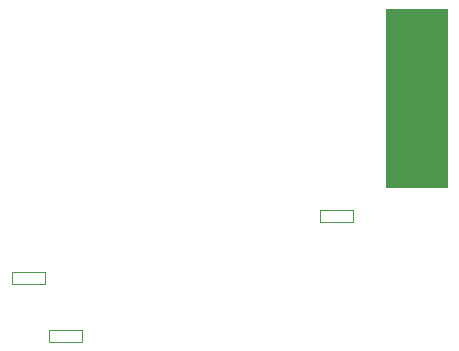
<source format=gbr>
%TF.GenerationSoftware,Altium Limited,Altium Designer,21.9.2 (33)*%
G04 Layer_Color=16711935*
%FSLAX45Y45*%
%MOMM*%
%TF.SameCoordinates,43275E26-CB7C-43E4-9740-FE9D7F4F9AB3*%
%TF.FilePolarity,Positive*%
%TF.FileFunction,Keep-out,Top*%
%TF.Part,Single*%
G01*
G75*
%TA.AperFunction,NonConductor*%
%ADD75C,0.10000*%
G36*
X3494849Y2995000D02*
X4014849D01*
Y1475000D01*
X3494849D01*
Y2995000D01*
D02*
G37*
D75*
X2930300Y1189200D02*
Y1290800D01*
X3209700D01*
Y1189200D02*
Y1290800D01*
X2930300Y1189200D02*
X3209700D01*
X919700Y171700D02*
Y273300D01*
X640300Y171700D02*
X919700D01*
X640300D02*
Y273300D01*
X919700D01*
X320300Y768300D02*
X599700D01*
X320300Y666700D02*
Y768300D01*
Y666700D02*
X599700D01*
Y768300D01*
%TF.MD5,d8dd6760c4a5b5bce83466d881e2f01d*%
M02*

</source>
